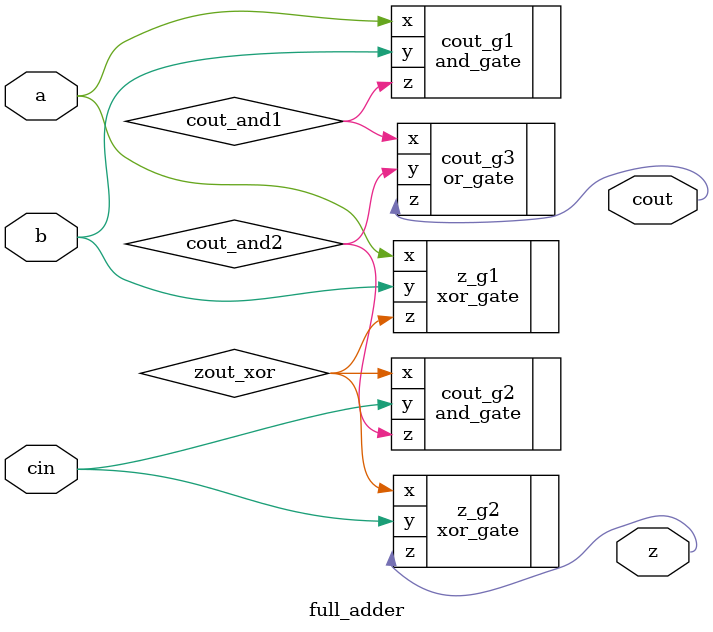
<source format=v>
module full_adder(a, b, cin, z, cout);
	// Define single-bit inputs
	input a; // Operator A (1b)
	input b; // Operator B (1b)
	input cin; // Carry-in (1b)
	// Define single-bit outputs
	output wire z; // Result (1b)
	output wire cout; // Carry-out (1b)

	// Define internal wires
	wire zout_xor;
	wire cout_and1, cout_and2;

	// Define result
	xor_gate z_g1 (.x(a), .y(b), .z(zout_xor));
	xor_gate z_g2 (.x(zout_xor), .y(cin), .z(z));

	// Define carry out
	and_gate cout_g1 (.x(a), .y(b), .z(cout_and1));
	and_gate cout_g2 (.x(zout_xor), .y(cin), .z(cout_and2));
	or_gate cout_g3 (.x(cout_and1), .y(cout_and2), .z(cout));


endmodule
</source>
